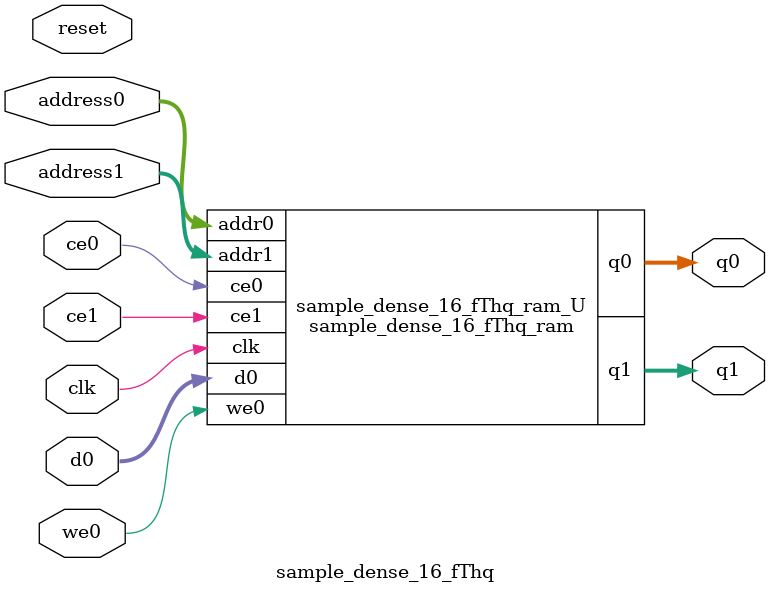
<source format=v>

`timescale 1 ns / 1 ps
module sample_dense_16_fThq_ram (addr0, ce0, d0, we0, q0, addr1, ce1, q1,  clk);

parameter DWIDTH = 32;
parameter AWIDTH = 5;
parameter MEM_SIZE = 32;

input[AWIDTH-1:0] addr0;
input ce0;
input[DWIDTH-1:0] d0;
input we0;
output reg[DWIDTH-1:0] q0;
input[AWIDTH-1:0] addr1;
input ce1;
output reg[DWIDTH-1:0] q1;
input clk;

(* ram_style = "block" *)reg [DWIDTH-1:0] ram[0:MEM_SIZE-1];




always @(posedge clk)  
begin 
    if (ce0) 
    begin
        if (we0) 
        begin 
            ram[addr0] <= d0; 
            q0 <= d0;
        end 
        else 
            q0 <= ram[addr0];
    end
end


always @(posedge clk)  
begin 
    if (ce1) 
    begin
            q1 <= ram[addr1];
    end
end


endmodule


`timescale 1 ns / 1 ps
module sample_dense_16_fThq(
    reset,
    clk,
    address0,
    ce0,
    we0,
    d0,
    q0,
    address1,
    ce1,
    q1);

parameter DataWidth = 32'd32;
parameter AddressRange = 32'd32;
parameter AddressWidth = 32'd5;
input reset;
input clk;
input[AddressWidth - 1:0] address0;
input ce0;
input we0;
input[DataWidth - 1:0] d0;
output[DataWidth - 1:0] q0;
input[AddressWidth - 1:0] address1;
input ce1;
output[DataWidth - 1:0] q1;



sample_dense_16_fThq_ram sample_dense_16_fThq_ram_U(
    .clk( clk ),
    .addr0( address0 ),
    .ce0( ce0 ),
    .we0( we0 ),
    .d0( d0 ),
    .q0( q0 ),
    .addr1( address1 ),
    .ce1( ce1 ),
    .q1( q1 ));

endmodule


</source>
